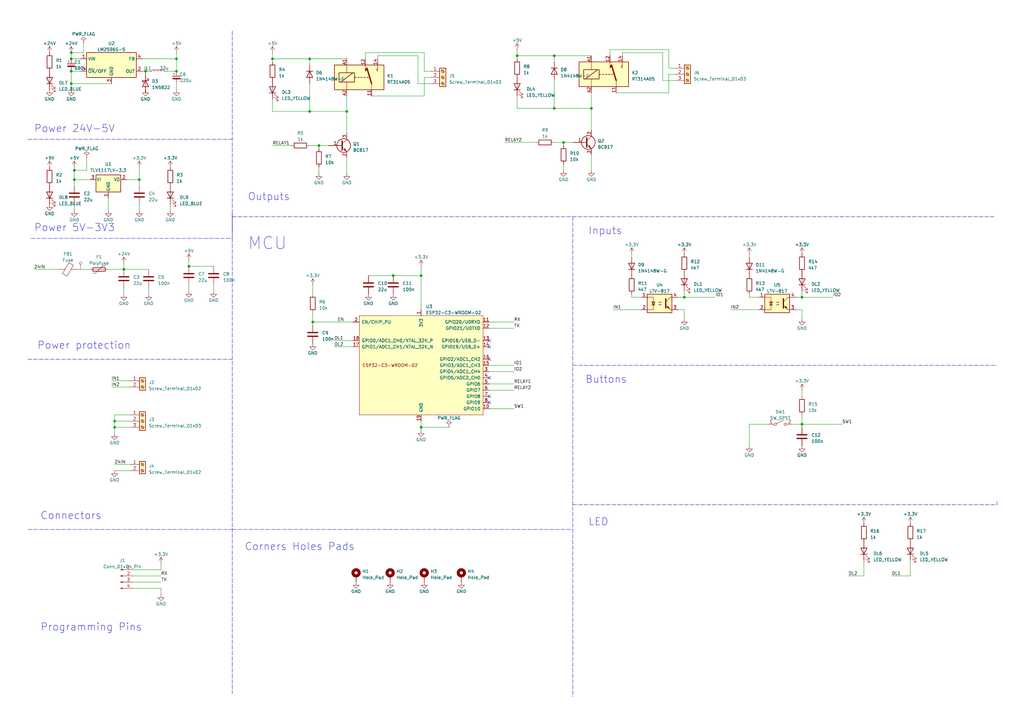
<source format=kicad_sch>
(kicad_sch (version 20230121) (generator eeschema)
  (paper "A3")
  (title_block (title "Hope") (date "2024-02-19") (rev "v1.1"))
  (lib_symbols
    (symbol "Connector:Conn_01x04_Pin" (pin_names (offset 1.016) hide)
      (property "Reference" "J" (at 0 5.08 0))
      (property "Value" "Conn_01x04_Pin" (at 0 -7.62 0))
      (symbol "Conn_01x04_Pin_1_1"
        (pin passive line (at 5.08 2.54 180) (length 3.81) (name "Pin_1") (number "1"))
        (pin passive line (at 5.08 0 180) (length 3.81) (name "Pin_2") (number "2"))
        (pin passive line (at 5.08 -2.54 180) (length 3.81) (name "Pin_3") (number "3"))
        (pin passive line (at 5.08 -5.08 180) (length 3.81) (name "Pin_4") (number "4"))
      )
    )
    (symbol "Connector:Screw_Terminal_01x02" (pin_names (offset 1.016) hide)
      (property "Reference" "J" (at 0 2.54 0))
      (property "Value" "Screw_Terminal_01x02" (at 0 -5.08 0))
      (symbol "Screw_Terminal_01x02_1_1"
        (pin passive line (at -5.08 0 0) (length 3.81) (name "Pin_1") (number "1"))
        (pin passive line (at -5.08 -2.54 0) (length 3.81) (name "Pin_2") (number "2"))
      )
    )
    (symbol "Connector:Screw_Terminal_01x03" (pin_names (offset 1.016) hide)
      (property "Reference" "J" (at 0 5.08 0))
      (property "Value" "Screw_Terminal_01x03" (at 0 -5.08 0))
      (symbol "Screw_Terminal_01x03_1_1"
        (pin passive line (at -5.08 2.54 0) (length 3.81) (name "Pin_1") (number "1"))
        (pin passive line (at -5.08 0 0) (length 3.81) (name "Pin_2") (number "2"))
        (pin passive line (at -5.08 -2.54 0) (length 3.81) (name "Pin_3") (number "3"))
      )
    )
    (symbol "Device:C" (pin_numbers hide) (pin_names (offset 0.254))
      (property "Reference" "C" (at 0.635 2.54 0))
      (property "Value" "C" (at 0.635 -2.54 0))
      (symbol "C_1_1"
        (pin passive line (at 0 3.81 270) (length 2.794) (name "~") (number "1"))
        (pin passive line (at 0 -3.81 90) (length 2.794) (name "~") (number "2"))
      )
    )
    (symbol "Device:C_Polarized_Small" (pin_numbers hide) (pin_names (offset 0.254) hide)
      (property "Reference" "C" (at 0.254 1.778 0))
      (property "Value" "C_Polarized_Small" (at 0.254 -2.032 0))
      (symbol "C_Polarized_Small_1_1"
        (pin passive line (at 0 2.54 270) (length 1.8542) (name "~") (number "1"))
        (pin passive line (at 0 -2.54 90) (length 1.8542) (name "~") (number "2"))
      )
    )
    (symbol "Device:D" (pin_numbers hide) (pin_names (offset 1.016) hide)
      (property "Reference" "D" (at 0 2.54 0))
      (property "Value" "D" (at 0 -2.54 0))
      (symbol "D_1_1"
        (pin passive line (at -3.81 0 0) (length 2.54) (name "K") (number "1"))
        (pin passive line (at 3.81 0 180) (length 2.54) (name "A") (number "2"))
      )
    )
    (symbol "Device:FerriteBead" (pin_numbers hide) (pin_names (offset 0))
      (property "Reference" "FB" (at -3.81 0.635 90))
      (property "Value" "FerriteBead" (at 3.81 0 90))
      (symbol "FerriteBead_1_1"
        (pin passive line (at 0 3.81 270) (length 2.54) (name "~") (number "1"))
        (pin passive line (at 0 -3.81 90) (length 2.54) (name "~") (number "2"))
      )
    )
    (symbol "Device:L" (pin_numbers hide) (pin_names (offset 1.016) hide)
      (property "Reference" "L" (at -1.27 0 90))
      (property "Value" "L" (at 1.905 0 90))
      (symbol "L_1_1"
        (pin passive line (at 0 3.81 270) (length 1.27) (name "1") (number "1"))
        (pin passive line (at 0 -3.81 90) (length 1.27) (name "2") (number "2"))
      )
    )
    (symbol "Device:LED" (pin_numbers hide) (pin_names (offset 1.016) hide)
      (property "Reference" "D" (at 0 2.54 0))
      (property "Value" "LED" (at 0 -2.54 0))
      (symbol "LED_1_1"
        (pin passive line (at -3.81 0 0) (length 2.54) (name "K") (number "1"))
        (pin passive line (at 3.81 0 180) (length 2.54) (name "A") (number "2"))
      )
    )
    (symbol "Device:Polyfuse" (pin_numbers hide) (pin_names (offset 0))
      (property "Reference" "F" (at -2.54 0 90))
      (property "Value" "Polyfuse" (at 2.54 0 90))
      (symbol "Polyfuse_1_1"
        (pin passive line (at 0 3.81 270) (length 1.27) (name "~") (number "1"))
        (pin passive line (at 0 -3.81 90) (length 1.27) (name "~") (number "2"))
      )
    )
    (symbol "Device:R" (pin_numbers hide) (pin_names (offset 0))
      (property "Reference" "R" (at 2.032 0 90))
      (property "Value" "R" (at 0 0 90))
      (symbol "R_1_1"
        (pin passive line (at 0 3.81 270) (length 1.27) (name "~") (number "1"))
        (pin passive line (at 0 -3.81 90) (length 1.27) (name "~") (number "2"))
      )
    )
    (symbol "Diode:1N5822" (pin_numbers hide) (pin_names (offset 1.016) hide)
      (property "Reference" "D" (at 0 2.54 0))
      (property "Value" "1N5822" (at 0 -2.54 0))
      (symbol "1N5822_1_1"
        (pin passive line (at -3.81 0 0) (length 2.54) (name "K") (number "1"))
        (pin passive line (at 3.81 0 180) (length 2.54) (name "A") (number "2"))
      )
    )
    (symbol "Diode:LL4148" (pin_numbers hide) (pin_names hide)
      (property "Reference" "D" (at 0 2.54 0))
      (property "Value" "LL4148" (at 0 -2.54 0))
      (symbol "LL4148_1_1"
        (pin passive line (at -3.81 0 0) (length 2.54) (name "K") (number "1"))
        (pin passive line (at 3.81 0 180) (length 2.54) (name "A") (number "2"))
      )
    )
    (symbol "Espressif:ESP32-C3-WROOM-02" (pin_names (offset 1.016))
      (property "Reference" "U" (at -25.4 25.4 0))
      (property "Value" "ESP32-C3-WROOM-02" (at -25.4 22.86 0))
      (symbol "ESP32-C3-WROOM-02_0_0"
        (text "ESP32-C3-WROOM-02" (at -12.7 0 0) (effects (font (size 1.27 1.27))))
      )
      (symbol "ESP32-C3-WROOM-02_1_1"
        (pin power_in line (at 0 22.86 270) (length 2.54) (name "3V3") (number "1"))
        (pin bidirectional line (at 27.94 -17.78 180) (length 2.54) (name "GPIO10") (number "10"))
        (pin bidirectional line (at 27.94 17.78 180) (length 2.54) (name "GPIO20/U0RXD") (number "11"))
        (pin bidirectional line (at 27.94 15.24 180) (length 2.54) (name "GPIO21/U0TXD") (number "12"))
        (pin bidirectional line (at 27.94 10.16 180) (length 2.54) (name "GPIO18/USB_D-") (number "13"))
        (pin bidirectional line (at 27.94 7.62 180) (length 2.54) (name "GPIO19/USB_D+") (number "14"))
        (pin bidirectional line (at 27.94 0 180) (length 2.54) (name "GPIO3/ADC1_CH3") (number "15"))
        (pin bidirectional line (at 27.94 2.54 180) (length 2.54) (name "GPIO2/ADC1_CH2") (number "16"))
        (pin bidirectional line (at -27.94 7.62 0) (length 2.54) (name "GPIO1/ADC1_CH1/XTAL_32K_N") (number "17"))
        (pin bidirectional line (at -27.94 10.16 0) (length 2.54) (name "GPIO0/ADC1_CH0/XTAL_32K_P") (number "18"))
        (pin power_in line (at 0 -22.86 90) (length 2.54) (name "GND") (number "19"))
        (pin input line (at -27.94 17.78 0) (length 2.54) (name "EN/CHIP_PU") (number "2"))
        (pin bidirectional line (at 27.94 -2.54 180) (length 2.54) (name "GPIO4/ADC1_CH4") (number "3"))
        (pin bidirectional line (at 27.94 -5.08 180) (length 2.54) (name "GPIO5/ADC2_CH0") (number "4"))
        (pin bidirectional line (at 27.94 -7.62 180) (length 2.54) (name "GPIO6") (number "5"))
        (pin bidirectional line (at 27.94 -10.16 180) (length 2.54) (name "GPIO7") (number "6"))
        (pin bidirectional line (at 27.94 -12.7 180) (length 2.54) (name "GPIO8") (number "7"))
        (pin bidirectional line (at 27.94 -15.24 180) (length 2.54) (name "GPIO9") (number "8"))
        (pin passive line (at 0 -22.86 90) (length 2.54) hide (name "GND") (number "9"))
      )
    )
    (symbol "Isolator:LTV-817" (pin_names (offset 1.016))
      (property "Reference" "U" (at -5.08 5.08 0))
      (property "Value" "LTV-817" (at 0 5.08 0))
      (symbol "LTV-817_1_1"
        (pin passive line (at -7.62 2.54 0) (length 2.54) (name "~") (number "1"))
        (pin passive line (at -7.62 -2.54 0) (length 2.54) (name "~") (number "2"))
        (pin passive line (at 7.62 -2.54 180) (length 2.54) (name "~") (number "3"))
        (pin passive line (at 7.62 2.54 180) (length 2.54) (name "~") (number "4"))
      )
    )
    (symbol "Mechanical:MountingHole_Pad" (pin_numbers hide) (pin_names (offset 1.016) hide)
      (property "Reference" "H" (at 0 6.35 0))
      (property "Value" "MountingHole_Pad" (at 0 4.445 0))
      (symbol "MountingHole_Pad_1_1"
        (pin input line (at 0 -2.54 90) (length 2.54) (name "1") (number "1"))
      )
    )
    (symbol "Regulator_Linear:TLV1117-33" (pin_names (offset 0.254))
      (property "Reference" "U" (at -3.81 3.175 0))
      (property "Value" "TLV1117-33" (at 0 3.175 0))
      (symbol "TLV1117-33_1_1"
        (pin power_in line (at 0 -7.62 90) (length 2.54) (name "GND") (number "1"))
        (pin power_out line (at 7.62 0 180) (length 2.54) (name "VO") (number "2"))
        (pin power_in line (at -7.62 0 0) (length 2.54) (name "VI") (number "3"))
      )
    )
    (symbol "Regulator_Switching:LM2596S-5"
      (property "Reference" "U" (at -10.16 6.35 0))
      (property "Value" "LM2596S-5" (at 0 6.35 0))
      (symbol "LM2596S-5_1_1"
        (pin power_in line (at -12.7 2.54 0) (length 2.54) (name "VIN") (number "1"))
        (pin output line (at 12.7 -2.54 180) (length 2.54) (name "OUT") (number "2"))
        (pin power_in line (at 0 -7.62 90) (length 2.54) (name "GND") (number "3"))
        (pin input line (at 12.7 2.54 180) (length 2.54) (name "FB") (number "4"))
        (pin input line (at -12.7 -2.54 0) (length 2.54) (name "~{ON}/OFF") (number "5"))
      )
    )
    (symbol "Relay:RT314A05"
      (property "Reference" "K" (at 11.43 3.81 0))
      (property "Value" "RT314A05" (at 11.43 1.27 0))
      (symbol "RT314A05_1_1"
        (pin passive line (at 5.08 -7.62 90) (length 2.54) (name "~") (number "11"))
        (pin passive line (at 2.54 7.62 270) (length 2.54) (name "~") (number "12"))
        (pin passive line (at 7.62 7.62 270) (length 2.54) (name "~") (number "14"))
        (pin passive line (at -5.08 7.62 270) (length 2.54) (name "~") (number "A1"))
        (pin passive line (at -5.08 -7.62 90) (length 2.54) (name "~") (number "A2"))
      )
    )
    (symbol "Switch:SW_SPST" (pin_names (offset 0) hide)
      (property "Reference" "SW" (at 0 3.175 0))
      (property "Value" "SW_SPST" (at 0 -2.54 0))
      (symbol "SW_SPST_1_1"
        (pin passive line (at -5.08 0 0) (length 2.54) (name "A") (number "1"))
        (pin passive line (at 5.08 0 180) (length 2.54) (name "B") (number "2"))
      )
    )
    (symbol "Transistor_BJT:BC817" (pin_names (offset 0) hide)
      (property "Reference" "Q" (at 5.08 1.905 0))
      (property "Value" "BC817" (at 5.08 0 0))
      (symbol "BC817_1_1"
        (pin input line (at -5.08 0 0) (length 5.715) (name "B") (number "1"))
        (pin passive line (at 2.54 -5.08 90) (length 2.54) (name "E") (number "2"))
        (pin passive line (at 2.54 5.08 270) (length 2.54) (name "C") (number "3"))
      )
    )
    (symbol "power:+24V" (power) (pin_names (offset 0))
      (property "Value" "+24V" (at 0 3.556 0))
      (symbol "+24V_1_1"
        (pin power_in line (at 0 0 90) (length 0) hide (name "+24V") (number "1"))
      )
    )
    (symbol "power:+3.3V" (power) (pin_names (offset 0))
      (property "Value" "+3.3V" (at 0 3.556 0))
      (symbol "+3.3V_1_1"
        (pin power_in line (at 0 0 90) (length 0) hide (name "+3.3V") (number "1"))
      )
    )
    (symbol "power:+5V" (power) (pin_names (offset 0))
      (property "Value" "+5V" (at 0 3.556 0))
      (symbol "+5V_1_1"
        (pin power_in line (at 0 0 90) (length 0) hide (name "+5V") (number "1"))
      )
    )
    (symbol "power:GND" (power) (pin_names (offset 0))
      (property "Value" "GND" (at 0 -3.81 0))
      (symbol "GND_1_1"
        (pin power_in line (at 0 0 270) (length 0) hide (name "GND") (number "1"))
      )
    )
    (symbol "power:PWR_FLAG" (power) (pin_numbers hide) (pin_names (offset 0) hide)
      (property "Value" "PWR_FLAG" (at 0 3.81 0))
      (symbol "PWR_FLAG_0_0"
        (pin power_out line (at 0 0 90) (length 0) (name "pwr") (number "1"))
      )
    )
  )
  (junction (at 280.67 121.92))
  (junction (at 59.69 29.21))
  (junction (at 130.81 59.69))
  (junction (at 328.93 173.99))
  (junction (at 29.21 24.13))
  (junction (at 227.33 22.86))
  (junction (at 30.48 73.66))
  (junction (at 231.14 58.42))
  (junction (at 242.57 44.45))
  (junction (at 46.99 175.26))
  (junction (at 127 45.72))
  (junction (at 72.39 24.13))
  (junction (at 77.47 109.22))
  (junction (at 127 24.13))
  (junction (at 72.39 29.21))
  (junction (at 142.24 45.72))
  (junction (at 172.72 175.26))
  (junction (at 30.48 69.85))
  (junction (at 172.72 113.03))
  (junction (at 111.76 24.13))
  (junction (at 50.8 110.49))
  (junction (at 29.21 29.21))
  (junction (at 46.99 172.72))
  (junction (at 212.09 22.86))
  (junction (at 161.29 113.03))
  (junction (at 227.33 44.45))
  (junction (at 29.21 21.59))
  (junction (at 128.27 132.08))
  (junction (at 57.15 73.66))
  (junction (at 29.21 34.29))
  (junction (at 328.93 121.92))
  (no_connect (at 200.66 147.32))
  (no_connect (at 200.66 165.1))
  (no_connect (at 200.66 154.94))
  (no_connect (at 200.66 142.24))
  (no_connect (at 200.66 139.7))
  (no_connect (at 200.66 162.56))
  (wire (pts (xy 154.94 22.86) (xy 171.45 22.86)))
  (wire (pts (xy 242.57 22.86) (xy 227.33 22.86)))
  (wire (pts (xy 314.96 173.99) (xy 307.34 173.99)))
  (wire (pts (xy 354.33 236.22) (xy 354.33 229.87)))
  (wire (pts (xy 172.72 172.72) (xy 172.72 175.26)))
  (wire (pts (xy 328.93 127) (xy 328.93 130.81)))
  (wire (pts (xy 72.39 21.59) (xy 72.39 24.13)))
  (wire (pts (xy 111.76 45.72) (xy 127 45.72)))
  (wire (pts (xy 307.34 173.99) (xy 307.34 182.88)))
  (wire (pts (xy 274.32 27.94) (xy 276.86 27.94)))
  (wire (pts (xy 30.48 69.85) (xy 30.48 73.66)))
  (wire (pts (xy 128.27 132.08) (xy 128.27 133.35)))
  (wire (pts (xy 212.09 22.86) (xy 212.09 24.13)))
  (wire (pts (xy 271.78 33.02) (xy 276.86 33.02)))
  (wire (pts (xy 60.96 118.11) (xy 60.96 120.65)))
  (wire (pts (xy 152.4 39.37) (xy 173.99 39.37)))
  (wire (pts (xy 68.58 29.21) (xy 72.39 29.21)))
  (wire (pts (xy 30.48 69.85) (xy 35.56 69.85)))
  (wire (pts (xy 72.39 24.13) (xy 72.39 29.21)))
  (polyline (pts (xy 408.94 205.74) (xy 408.94 207.01)))
  (wire (pts (xy 280.67 119.38) (xy 280.67 121.92)))
  (wire (pts (xy 326.39 121.92) (xy 328.93 121.92)))
  (wire (pts (xy 212.09 44.45) (xy 227.33 44.45)))
  (wire (pts (xy 29.21 36.83) (xy 29.21 34.29)))
  (wire (pts (xy 127 59.69) (xy 130.81 59.69)))
  (wire (pts (xy 87.63 116.84) (xy 87.63 119.38)))
  (wire (pts (xy 57.15 73.66) (xy 52.07 73.66)))
  (wire (pts (xy 13.97 110.49) (xy 24.13 110.49)))
  (wire (pts (xy 46.99 175.26) (xy 46.99 177.8)))
  (wire (pts (xy 142.24 39.37) (xy 142.24 45.72)))
  (wire (pts (xy 57.15 68.58) (xy 57.15 73.66)))
  (wire (pts (xy 127 34.29) (xy 127 45.72)))
  (wire (pts (xy 242.57 38.1) (xy 242.57 44.45)))
  (wire (pts (xy 54.61 238.76) (xy 66.04 238.76)))
  (wire (pts (xy 137.16 142.24) (xy 144.78 142.24)))
  (polyline (pts (xy 95.25 217.17) (xy 234.95 217.17)) (stroke (width 0) (type dash)))
  (wire (pts (xy 111.76 59.69) (xy 119.38 59.69)))
  (wire (pts (xy 280.67 127) (xy 280.67 130.81)))
  (wire (pts (xy 34.29 17.78) (xy 34.29 21.59)))
  (wire (pts (xy 171.45 22.86) (xy 171.45 34.29)))
  (wire (pts (xy 53.34 170.18) (xy 46.99 170.18)))
  (wire (pts (xy 231.14 58.42) (xy 231.14 59.69)))
  (wire (pts (xy 29.21 34.29) (xy 45.72 34.29)))
  (wire (pts (xy 29.21 24.13) (xy 29.21 21.59)))
  (wire (pts (xy 250.19 22.86) (xy 250.19 20.32)))
  (wire (pts (xy 142.24 64.77) (xy 142.24 71.12)))
  (wire (pts (xy 200.66 149.86) (xy 210.82 149.86)))
  (polyline (pts (xy 95.25 271.78) (xy 95.25 284.48)) (stroke (width 0) (type dash)))
  (wire (pts (xy 242.57 44.45) (xy 242.57 53.34)))
  (polyline (pts (xy 234.95 149.86) (xy 408.94 149.86)) (stroke (width 0) (type dash)))
  (wire (pts (xy 151.13 113.03) (xy 161.29 113.03)))
  (wire (pts (xy 44.45 81.28) (xy 44.45 86.36)))
  (wire (pts (xy 57.15 76.2) (xy 57.15 73.66)))
  (wire (pts (xy 207.01 58.42) (xy 219.71 58.42)))
  (wire (pts (xy 77.47 116.84) (xy 77.47 119.38)))
  (wire (pts (xy 200.66 134.62) (xy 210.82 134.62)))
  (wire (pts (xy 137.16 139.7) (xy 144.78 139.7)))
  (wire (pts (xy 46.99 193.04) (xy 53.34 193.04)))
  (wire (pts (xy 31.75 110.49) (xy 36.83 110.49)))
  (wire (pts (xy 50.8 118.11) (xy 50.8 120.65)))
  (wire (pts (xy 227.33 22.86) (xy 227.33 25.4)))
  (wire (pts (xy 59.69 36.83) (xy 59.69 38.1)))
  (wire (pts (xy 35.56 64.77) (xy 35.56 69.85)))
  (wire (pts (xy 66.04 231.14) (xy 66.04 233.68)))
  (wire (pts (xy 57.15 83.82) (xy 57.15 86.36)))
  (polyline (pts (xy 95.25 87.63) (xy 95.25 97.79)))
  (wire (pts (xy 46.99 190.5) (xy 53.34 190.5)))
  (wire (pts (xy 130.81 59.69) (xy 134.62 59.69)))
  (wire (pts (xy 53.34 175.26) (xy 46.99 175.26)))
  (wire (pts (xy 111.76 45.72) (xy 111.76 40.64)))
  (wire (pts (xy 50.8 110.49) (xy 60.96 110.49)))
  (polyline (pts (xy 12.7 97.79) (xy 95.25 97.79)) (stroke (width 0) (type dash)))
  (wire (pts (xy 77.47 106.68) (xy 77.47 109.22)))
  (polyline (pts (xy 95.25 12.7) (xy 95.25 88.9)) (stroke (width 0) (type dash)))
  (wire (pts (xy 252.73 38.1) (xy 274.32 38.1)))
  (wire (pts (xy 77.47 109.22) (xy 87.63 109.22)))
  (wire (pts (xy 50.8 107.95) (xy 50.8 110.49)))
  (wire (pts (xy 200.66 160.02) (xy 210.82 160.02)))
  (wire (pts (xy 111.76 24.13) (xy 127 24.13)))
  (polyline (pts (xy 95.25 88.9) (xy 407.67 88.9)) (stroke (width 0) (type dash)))
  (wire (pts (xy 299.72 127) (xy 311.15 127)))
  (wire (pts (xy 30.48 86.36) (xy 30.48 83.82)))
  (wire (pts (xy 30.48 68.58) (xy 30.48 69.85)))
  (wire (pts (xy 212.09 44.45) (xy 212.09 39.37)))
  (wire (pts (xy 142.24 45.72) (xy 142.24 54.61)))
  (wire (pts (xy 278.13 127) (xy 280.67 127)))
  (wire (pts (xy 328.93 119.38) (xy 328.93 121.92)))
  (wire (pts (xy 130.81 68.58) (xy 130.81 71.12)))
  (wire (pts (xy 172.72 175.26) (xy 172.72 176.53)))
  (polyline (pts (xy 95.25 92.71) (xy 95.25 93.98)))
  (wire (pts (xy 259.08 120.65) (xy 259.08 121.92)))
  (wire (pts (xy 45.72 158.75) (xy 53.34 158.75)))
  (wire (pts (xy 271.78 21.59) (xy 271.78 33.02)))
  (wire (pts (xy 172.72 113.03) (xy 172.72 127)))
  (polyline (pts (xy 95.25 87.63) (xy 95.25 92.71)))
  (wire (pts (xy 36.83 73.66) (xy 30.48 73.66)))
  (wire (pts (xy 328.93 160.02) (xy 328.93 162.56)))
  (wire (pts (xy 46.99 172.72) (xy 46.99 175.26)))
  (wire (pts (xy 33.02 24.13) (xy 29.21 24.13)))
  (wire (pts (xy 307.34 120.65) (xy 307.34 121.92)))
  (wire (pts (xy 200.66 152.4) (xy 210.82 152.4)))
  (wire (pts (xy 142.24 24.13) (xy 127 24.13)))
  (wire (pts (xy 200.66 167.64) (xy 210.82 167.64)))
  (wire (pts (xy 130.81 59.69) (xy 130.81 60.96)))
  (wire (pts (xy 307.34 121.92) (xy 311.15 121.92)))
  (wire (pts (xy 54.61 236.22) (xy 66.04 236.22)))
  (wire (pts (xy 212.09 20.32) (xy 212.09 22.86)))
  (polyline (pts (xy 95.25 97.79) (xy 95.25 271.78)) (stroke (width 0) (type dash)))
  (wire (pts (xy 66.04 241.3) (xy 66.04 243.84)))
  (wire (pts (xy 128.27 116.84) (xy 128.27 120.65)))
  (wire (pts (xy 274.32 38.1) (xy 274.32 30.48)))
  (wire (pts (xy 242.57 63.5) (xy 242.57 69.85)))
  (wire (pts (xy 373.38 236.22) (xy 373.38 229.87)))
  (wire (pts (xy 58.42 24.13) (xy 72.39 24.13)))
  (wire (pts (xy 173.99 29.21) (xy 176.53 29.21)))
  (wire (pts (xy 280.67 121.92) (xy 293.37 121.92)))
  (wire (pts (xy 44.45 110.49) (xy 50.8 110.49)))
  (wire (pts (xy 200.66 132.08) (xy 210.82 132.08)))
  (wire (pts (xy 59.69 29.21) (xy 59.69 30.48)))
  (wire (pts (xy 173.99 39.37) (xy 173.99 31.75)))
  (wire (pts (xy 161.29 113.03) (xy 172.72 113.03)))
  (wire (pts (xy 128.27 128.27) (xy 128.27 132.08)))
  (wire (pts (xy 149.86 21.59) (xy 173.99 21.59)))
  (wire (pts (xy 274.32 20.32) (xy 274.32 27.94)))
  (wire (pts (xy 72.39 34.29) (xy 72.39 36.83)))
  (wire (pts (xy 128.27 132.08) (xy 144.78 132.08)))
  (wire (pts (xy 30.48 73.66) (xy 30.48 76.2)))
  (polyline (pts (xy 11.43 147.32) (xy 95.25 147.32)) (stroke (width 0) (type dash)))
  (wire (pts (xy 127 45.72) (xy 142.24 45.72)))
  (wire (pts (xy 111.76 24.13) (xy 111.76 25.4)))
  (wire (pts (xy 259.08 121.92) (xy 262.89 121.92)))
  (wire (pts (xy 53.34 172.72) (xy 46.99 172.72)))
  (wire (pts (xy 347.98 236.22) (xy 354.33 236.22)))
  (wire (pts (xy 328.93 173.99) (xy 345.44 173.99)))
  (polyline (pts (xy 234.95 88.9) (xy 234.95 285.75)) (stroke (width 0) (type dash)))
  (wire (pts (xy 227.33 44.45) (xy 242.57 44.45)))
  (wire (pts (xy 54.61 241.3) (xy 66.04 241.3)))
  (wire (pts (xy 212.09 22.86) (xy 227.33 22.86)))
  (wire (pts (xy 255.27 22.86) (xy 255.27 21.59)))
  (wire (pts (xy 255.27 21.59) (xy 271.78 21.59)))
  (wire (pts (xy 45.72 156.21) (xy 53.34 156.21)))
  (wire (pts (xy 365.76 236.22) (xy 373.38 236.22)))
  (wire (pts (xy 173.99 21.59) (xy 173.99 29.21)))
  (wire (pts (xy 149.86 24.13) (xy 149.86 21.59)))
  (wire (pts (xy 111.76 21.59) (xy 111.76 24.13)))
  (wire (pts (xy 231.14 67.31) (xy 231.14 69.85)))
  (polyline (pts (xy 234.95 207.01) (xy 408.94 207.01)) (stroke (width 0) (type dash)))
  (wire (pts (xy 29.21 29.21) (xy 29.21 34.29)))
  (wire (pts (xy 231.14 58.42) (xy 234.95 58.42)))
  (wire (pts (xy 259.08 104.14) (xy 259.08 105.41)))
  (wire (pts (xy 173.99 31.75) (xy 176.53 31.75)))
  (wire (pts (xy 227.33 58.42) (xy 231.14 58.42)))
  (wire (pts (xy 29.21 21.59) (xy 34.29 21.59)))
  (wire (pts (xy 200.66 157.48) (xy 210.82 157.48)))
  (wire (pts (xy 172.72 109.22) (xy 172.72 113.03)))
  (wire (pts (xy 278.13 121.92) (xy 280.67 121.92)))
  (wire (pts (xy 172.72 175.26) (xy 184.15 175.26)))
  (wire (pts (xy 171.45 34.29) (xy 176.53 34.29)))
  (wire (pts (xy 328.93 173.99) (xy 328.93 175.26)))
  (wire (pts (xy 307.34 104.14) (xy 307.34 105.41)))
  (wire (pts (xy 251.46 127) (xy 262.89 127)))
  (wire (pts (xy 154.94 24.13) (xy 154.94 22.86)))
  (wire (pts (xy 59.69 29.21) (xy 60.96 29.21)))
  (polyline (pts (xy 95.25 93.98) (xy 95.25 95.25)))
  (wire (pts (xy 274.32 30.48) (xy 276.86 30.48)))
  (wire (pts (xy 328.93 121.92) (xy 341.63 121.92)))
  (polyline (pts (xy 11.43 217.17) (xy 95.25 217.17)) (stroke (width 0) (type dash)))
  (polyline (pts (xy 11.43 57.15) (xy 95.25 57.15)) (stroke (width 0) (type dash)))
  (wire (pts (xy 328.93 170.18) (xy 328.93 173.99)))
  (wire (pts (xy 46.99 170.18) (xy 46.99 172.72)))
  (wire (pts (xy 58.42 29.21) (xy 59.69 29.21)))
  (wire (pts (xy 325.12 173.99) (xy 328.93 173.99)))
  (wire (pts (xy 54.61 233.68) (xy 66.04 233.68)))
  (wire (pts (xy 69.85 86.36) (xy 69.85 83.82)))
  (wire (pts (xy 29.21 29.21) (xy 33.02 29.21)))
  (wire (pts (xy 127 24.13) (xy 127 26.67)))
  (wire (pts (xy 250.19 20.32) (xy 274.32 20.32)))
  (wire (pts (xy 326.39 127) (xy 328.93 127)))
  (wire (pts (xy 227.33 33.02) (xy 227.33 44.45)))
  (text "Outputs" (at 101.6 82.55 0) (effects (font (size 3 3)) (justify left bottom)))
  (text "Inputs" (at 241.3 96.52 0) (effects (font (size 3 3)) (justify left bottom)))
  (text "Corners Holes Pads" (at 100.33 226.06 0) (effects (font (size 3 3)) (justify left bottom)))
  (text "Power protection" (at 15.24 143.51 0) (effects (font (size 3 3)) (justify left bottom)))
  (text "Power 5V-3V3" (at 13.97 95.25 0) (effects (font (size 3 3)) (justify left bottom)))
  (text "LED" (at 241.3 215.9 0) (effects (font (size 3 3)) (justify left bottom)))
  (text "Programming Pins" (at 16.51 259.08 0) (effects (font (size 3 3)) (justify left bottom)))
  (text "MCU" (at 101.6 102.87 0) (effects (font (size 5 5)) (justify left bottom)))
  (text "Buttons" (at 240.03 157.48 0) (effects (font (size 3 3)) (justify left bottom)))
  (text "Power 24V-5V" (at 13.97 54.61 0) (effects (font (size 3 3)) (justify left bottom)))
  (text "Connectors" (at 16.51 213.36 0) (effects (font (size 3 3)) (justify left bottom)))
  (label "RELAY2" (at 207.01 58.42 0))
  (label "IN2" (at 45.72 158.75 0))
  (label "RELAY1" (at 111.76 59.69 0))
  (label "RELAY2" (at 210.82 160.02 0))
  (label "IN2" (at 299.72 127 0))
  (label "RELAY1" (at 210.82 157.48 0))
  (label "TX" (at 210.82 134.62 0))
  (label "IO1" (at 210.82 149.86 0))
  (label "24IN" (at 46.99 190.5 0))
  (label "DL2" (at 347.98 236.22 0))
  (label "DL1" (at 365.76 236.22 0))
  (label "DL2" (at 137.16 142.24 0))
  (label "IO2" (at 341.63 121.92 0))
  (label "IO1" (at 293.37 121.92 0))
  (label "24IN" (at 13.97 110.49 0))
  (label "EN" (at 138.43 132.08 0))
  (label "RX" (at 66.04 236.22 0))
  (label "IN1" (at 45.72 156.21 0))
  (label "TX" (at 66.04 238.76 0))
  (label "DL1" (at 137.16 139.7 0))
  (label "IO2" (at 210.82 152.4 0))
  (label "SW1" (at 210.82 167.64 0))
  (label "RX" (at 210.82 132.08 0))
  (label "IN1" (at 251.46 127 0))
  (label "SW1" (at 345.44 173.99 0))
  (netclass_flag "" (length 2.54) (shape round) (at 33.02 110.49 0) (property "Netclass" "power" (effects hide)))
  (netclass_flag "" (length 2.54) (shape round) (at 59.69 30.48 0) (property "Netclass" "power" (effects hide)))
  (symbol (lib_id "power:GND") (at 172.72 176.53 0) (unit 1)
    (property "Reference" "#PWR038" (effects hide))
    (property "Value" "GND" (at 172.72 180.34 0))
  )
  (symbol (lib_id "power:GND") (at 30.48 86.36 0) (unit 1)
    (property "Reference" "#PWR08" (effects hide))
    (property "Value" "GND" (at 30.48 90.17 0))
  )
  (symbol (lib_id "Device:C") (at 151.13 116.84 0) (unit 1)
    (property "Reference" "C10" (at 154.94 116.205 0) (effects (justify left)))
    (property "Value" "22u" (at 154.94 118.745 0) (effects (justify left)))
    (property "Footprint" "Capacitor_SMD:C_1206_3216Metric_Pad1.33x1.80mm_HandSolder" (effects hide))
  )
  (symbol (lib_id "Diode:1N5822") (at 59.69 34.29 270) (unit 1)
    (property "Reference" "D3" (at 62.23 33.3375 90) (effects (justify left)))
    (property "Value" "1N5822" (at 62.23 35.8775 90) (effects (justify left)))
    (property "Footprint" "Diode_THT:D_DO-201AD_P5.08mm_Vertical_AnodeUp" (effects hide))
    (property "Datasheet" "http://www.vishay.com/docs/88526/1n5820.pdf" (effects hide))
  )
  (symbol (lib_id "power:GND") (at 77.47 119.38 0) (unit 1)
    (property "Reference" "#PWR025" (effects hide))
    (property "Value" "GND" (at 77.47 123.19 0))
  )
  (symbol (lib_id "power:+5V") (at 111.76 21.59 0) (unit 1)
    (property "Reference" "#PWR027" (effects hide))
    (property "Value" "+5V" (at 111.76 17.78 0))
  )
  (symbol (lib_id "Device:R") (at 307.34 116.84 180) (unit 1)
    (property "Reference" "R13" (at 309.88 116.205 0) (effects (justify right)))
    (property "Value" "4k7" (at 309.88 118.745 0) (effects (justify right)))
    (property "Footprint" "Resistor_SMD:R_1206_3216Metric_Pad1.30x1.75mm_HandSolder" (effects hide))
  )
  (symbol (lib_id "Device:R") (at 20.32 25.4 0) (unit 1)
    (property "Reference" "R1" (at 22.86 24.765 0) (effects (justify left)))
    (property "Value" "1k" (at 22.86 27.305 0) (effects (justify left)))
    (property "Footprint" "Resistor_SMD:R_1206_3216Metric_Pad1.30x1.75mm_HandSolder" (effects hide))
  )
  (symbol (lib_id "power:+5V") (at 30.48 68.58 0) (unit 1)
    (property "Reference" "#PWR07" (effects hide))
    (property "Value" "+5V" (at 30.48 64.77 0))
  )
  (symbol (lib_id "Device:D") (at 259.08 109.22 90) (unit 1)
    (property "Reference" "D9" (at 261.62 108.585 90) (effects (justify right)))
    (property "Value" "1N4148W-G" (at 261.62 111.125 90) (effects (justify right)))
    (property "Footprint" "Diode_SMD:D_SOD-123" (effects hide))
    (property "Sim.Device" "D" (effects hide))
    (property "Sim.Pins" "1=K 2=A" (effects hide))
  )
  (symbol (lib_id "power:+5V") (at 77.47 106.68 0) (unit 1)
    (property "Reference" "#PWR024" (effects hide))
    (property "Value" "+5V" (at 77.47 102.87 0))
  )
  (symbol (lib_id "Connector:Screw_Terminal_01x02") (at 58.42 190.5 0) (unit 1)
    (property "Reference" "J4" (at 60.96 191.135 0) (effects (justify left)))
    (property "Value" "Screw_Terminal_01x02" (at 60.96 193.675 0) (effects (justify left)))
    (property "Footprint" "TerminalBlock_Phoenix:TerminalBlock_Phoenix_MKDS-1,5-2-5.08_1x02_P5.08mm_Horizontal" (effects hide))
  )
  (symbol (lib_id "power:GND") (at 46.99 177.8 0) (unit 1)
    (property "Reference" "#PWR010" (effects hide))
    (property "Value" "GND" (at 46.99 181.61 0))
  )
  (symbol (lib_id "power:GND") (at 46.99 193.04 0) (unit 1)
    (property "Reference" "#PWR011" (effects hide))
    (property "Value" "GND" (at 46.99 196.85 0))
  )
  (symbol (lib_id "Isolator:LTV-817") (at 318.77 124.46 0) (unit 1)
    (property "Reference" "U5" (at 318.77 116.84 0))
    (property "Value" "LTV-817" (at 318.77 119.38 0))
    (property "Footprint" "Package_DIP:DIP-4_W7.62mm" (effects hide))
    (property "Datasheet" "http://www.us.liteon.com/downloads/LTV-817-827-847.PDF" (effects hide))
  )
  (symbol (lib_id "Device:LED") (at 328.93 115.57 90) (unit 1)
    (property "Reference" "DL2" (at 332.74 116.5225 90) (effects (justify right)))
    (property "Value" "LED_YELLOW" (at 332.74 119.0625 90) (effects (justify right)))
    (property "Footprint" "LED_SMD:LED_1206_3216Metric_Pad1.42x1.75mm_HandSolder" (effects hide))
  )
  (symbol (lib_id "power:+24V") (at 29.21 21.59 0) (unit 1)
    (property "Reference" "#PWR05" (effects hide))
    (property "Value" "+24V" (at 29.21 17.78 0))
  )
  (symbol (lib_id "power:GND") (at 146.05 238.76 0) (unit 1)
    (property "Reference" "#PWR033" (effects hide))
    (property "Value" "GND" (at 146.05 242.57 0))
  )
  (symbol (lib_id "power:PWR_FLAG") (at 34.29 17.78 0) (unit 1)
    (property "Reference" "#FLG01" (effects hide))
    (property "Value" "PWR_FLAG" (at 34.29 13.97 0))
  )
  (symbol (lib_id "Isolator:LTV-817") (at 270.51 124.46 0) (unit 1)
    (property "Reference" "U4" (at 270.51 116.84 0))
    (property "Value" "LTV-817" (at 270.51 119.38 0))
    (property "Footprint" "Package_DIP:DIP-4_W7.62mm" (effects hide))
    (property "Datasheet" "http://www.us.liteon.com/downloads/LTV-817-827-847.PDF" (effects hide))
  )
  (symbol (lib_id "Transistor_BJT:BC817") (at 240.03 58.42 0) (unit 1)
    (property "Reference" "Q2" (at 245.11 57.785 0) (effects (justify left)))
    (property "Value" "BC817" (at 245.11 60.325 0) (effects (justify left)))
    (property "Footprint" "Package_TO_SOT_SMD:SOT-23" (effects hide))
    (property "Datasheet" "https://www.onsemi.com/pub/Collateral/BC818-D.pdf" (effects hide))
  )
  (symbol (lib_id "power:GND") (at 142.24 71.12 0) (unit 1)
    (property "Reference" "#PWR032" (effects hide))
    (property "Value" "GND" (at 142.24 74.93 0))
  )
  (symbol (lib_id "Device:R") (at 354.33 218.44 0) (unit 1)
    (property "Reference" "R16" (at 356.87 217.805 0) (effects (justify left)))
    (property "Value" "1k" (at 356.87 220.345 0) (effects (justify left)))
    (property "Footprint" "Resistor_SMD:R_1206_3216Metric_Pad1.30x1.75mm_HandSolder" (effects hide))
  )
  (symbol (lib_id "Device:R") (at 212.09 27.94 0) (unit 1)
    (property "Reference" "R8" (at 214.63 27.305 0) (effects (justify left)))
    (property "Value" "1k" (at 214.63 29.845 0) (effects (justify left)))
    (property "Footprint" "Resistor_SMD:R_1206_3216Metric_Pad1.30x1.75mm_HandSolder" (effects hide))
  )
  (symbol (lib_id "Device:C") (at 50.8 114.3 0) (unit 1)
    (property "Reference" "C3" (at 54.61 113.665 0) (effects (justify left)))
    (property "Value" "22u" (at 54.61 116.205 0) (effects (justify left)))
    (property "Footprint" "Capacitor_SMD:C_1206_3216Metric_Pad1.33x1.80mm_HandSolder" (effects hide))
  )
  (symbol (lib_id "Connector:Screw_Terminal_01x03") (at 58.42 172.72 0) (unit 1)
    (property "Reference" "J3" (at 60.96 172.085 0) (effects (justify left)))
    (property "Value" "Screw_Terminal_01x03" (at 60.96 174.625 0) (effects (justify left)))
    (property "Footprint" "TerminalBlock_Phoenix:TerminalBlock_Phoenix_MKDS-3-3-5.08_1x03_P5.08mm_Horizontal" (effects hide))
  )
  (symbol (lib_id "Device:C") (at 60.96 114.3 0) (unit 1)
    (property "Reference" "C5" (at 64.77 113.665 0) (effects (justify left)))
    (property "Value" "100n" (at 64.77 116.205 0) (effects (justify left)))
    (property "Footprint" "Capacitor_THT:C_Disc_D7.0mm_W2.5mm_P5.00mm" (effects hide))
  )
  (symbol (lib_id "power:GND") (at 173.99 238.76 0) (unit 1)
    (property "Reference" "#PWR039" (effects hide))
    (property "Value" "GND" (at 173.99 242.57 0))
  )
  (symbol (lib_id "power:GND") (at 307.34 182.88 0) (unit 1)
    (property "Reference" "#PWR049" (effects hide))
    (property "Value" "GND" (at 307.34 186.69 0))
  )
  (symbol (lib_id "power:GND") (at 328.93 182.88 0) (unit 1)
    (property "Reference" "#PWR053" (effects hide))
    (property "Value" "GND" (at 328.93 186.69 0))
  )
  (symbol (lib_id "power:+5V") (at 20.32 68.58 0) (unit 1)
    (property "Reference" "#PWR03" (effects hide))
    (property "Value" "+5V" (at 20.32 64.77 0))
  )
  (symbol (lib_id "Transistor_BJT:BC817") (at 139.7 59.69 0) (unit 1)
    (property "Reference" "Q1" (at 144.78 59.055 0) (effects (justify left)))
    (property "Value" "BC817" (at 144.78 61.595 0) (effects (justify left)))
    (property "Footprint" "Package_TO_SOT_SMD:SOT-23" (effects hide))
    (property "Datasheet" "https://www.onsemi.com/pub/Collateral/BC818-D.pdf" (effects hide))
  )
  (symbol (lib_id "Device:R") (at 231.14 63.5 0) (unit 1)
    (property "Reference" "R10" (at 233.68 62.865 0) (effects (justify left)))
    (property "Value" "10k" (at 233.68 65.405 0) (effects (justify left)))
    (property "Footprint" "Resistor_SMD:R_1206_3216Metric_Pad1.30x1.75mm_HandSolder" (effects hide))
  )
  (symbol (lib_id "power:GND") (at 29.21 36.83 0) (unit 1)
    (property "Reference" "#PWR06" (effects hide))
    (property "Value" "GND" (at 29.21 40.64 0))
  )
  (symbol (lib_id "Device:C") (at 161.29 116.84 0) (unit 1)
    (property "Reference" "C11" (at 165.1 116.205 0) (effects (justify left)))
    (property "Value" "100n" (at 165.1 118.745 0) (effects (justify left)))
    (property "Footprint" "Capacitor_THT:C_Disc_D7.0mm_W2.5mm_P5.00mm" (effects hide))
  )
  (symbol (lib_id "Device:LED") (at 373.38 226.06 90) (unit 1)
    (property "Reference" "DL5" (at 377.19 227.0125 90) (effects (justify right)))
    (property "Value" "LED_YELLOW" (at 377.19 229.5525 90) (effects (justify right)))
    (property "Footprint" "LED_SMD:LED_1206_3216Metric_Pad1.42x1.75mm_HandSolder" (effects hide))
  )
  (symbol (lib_id "power:+3.3V") (at 280.67 104.14 0) (unit 1)
    (property "Reference" "#PWR046" (effects hide))
    (property "Value" "+3.3V" (at 280.67 100.33 0))
  )
  (symbol (lib_id "Device:C") (at 77.47 113.03 0) (unit 1)
    (property "Reference" "C7" (at 81.28 112.395 0) (effects (justify left)))
    (property "Value" "22u" (at 81.28 114.935 0) (effects (justify left)))
    (property "Footprint" "Capacitor_SMD:C_1206_3216Metric_Pad1.33x1.80mm_HandSolder" (effects hide))
  )
  (symbol (lib_id "Regulator_Linear:TLV1117-33") (at 44.45 73.66 0) (unit 1)
    (property "Reference" "U1" (at 44.45 67.31 0))
    (property "Value" "TLV1117LV-3.3" (at 44.45 69.85 0))
    (property "Footprint" "Package_TO_SOT_SMD:SOT-223-3_TabPin2" (effects hide))
    (property "Datasheet" "http://www.ti.com/lit/ds/symlink/tlv1117.pdf" (effects hide))
  )
  (symbol (lib_id "Connector:Conn_01x04_Pin") (at 49.53 236.22 0) (unit 1)
    (property "Reference" "J1" (at 50.165 229.87 0))
    (property "Value" "Conn_01x04_Pin" (at 50.165 232.41 0))
    (property "Footprint" "Connector_PinHeader_2.54mm:PinHeader_1x04_P2.54mm_Vertical" (effects hide))
  )
  (symbol (lib_id "power:PWR_FLAG") (at 35.56 64.77 0) (unit 1)
    (property "Reference" "#FLG02" (effects hide))
    (property "Value" "PWR_FLAG" (at 35.56 60.96 0))
  )
  (symbol (lib_id "Device:C") (at 87.63 113.03 0) (unit 1)
    (property "Reference" "C8" (at 91.44 112.395 0) (effects (justify left)))
    (property "Value" "100n" (at 91.44 114.935 0) (effects (justify left)))
    (property "Footprint" "Capacitor_THT:C_Disc_D7.0mm_W2.5mm_P5.00mm" (effects hide))
  )
  (symbol (lib_id "Diode:LL4148") (at 127 30.48 270) (unit 1)
    (property "Reference" "D6" (at 129.54 29.845 90) (effects (justify left)))
    (property "Value" "1N4148W-G" (at 129.54 32.385 90) (effects (justify left)))
    (property "Footprint" "Diode_SMD:D_SOD-123" (effects hide))
    (property "Datasheet" "http://www.vishay.com/docs/85557/ll4148.pdf" (effects hide))
    (property "Sim.Device" "D" (effects hide))
    (property "Sim.Pins" "1=K 2=A" (effects hide))
  )
  (symbol (lib_id "power:GND") (at 242.57 69.85 0) (unit 1)
    (property "Reference" "#PWR044" (effects hide))
    (property "Value" "GND" (at 242.57 73.66 0))
  )
  (symbol (lib_id "Device:R") (at 20.32 72.39 0) (unit 1)
    (property "Reference" "R2" (at 22.86 71.755 0) (effects (justify left)))
    (property "Value" "1k" (at 22.86 74.295 0) (effects (justify left)))
    (property "Footprint" "Resistor_SMD:R_1206_3216Metric_Pad1.30x1.75mm_HandSolder" (effects hide))
  )
  (symbol (lib_id "Device:C_Polarized_Small") (at 29.21 26.67 0) (unit 1)
    (property "Reference" "C1" (at 30.48 25.4 0) (effects (justify left)))
    (property "Value" "680u" (at 30.48 27.94 0) (effects (justify left)))
    (property "Footprint" "Capacitor_THT:CP_Radial_D12.5mm_P5.00mm" (effects hide))
  )
  (symbol (lib_id "power:+3.3V") (at 259.08 104.14 0) (unit 1)
    (property "Reference" "#PWR045" (effects hide))
    (property "Value" "+3.3V" (at 259.08 100.33 0))
  )
  (symbol (lib_id "Device:R") (at 223.52 58.42 90) (unit 1)
    (property "Reference" "R9" (at 223.52 53.34 90))
    (property "Value" "1k" (at 223.52 55.88 90))
    (property "Footprint" "Resistor_SMD:R_1206_3216Metric_Pad1.30x1.75mm_HandSolder" (effects hide))
  )
  (symbol (lib_id "power:+3.3V") (at 307.34 104.14 0) (unit 1)
    (property "Reference" "#PWR048" (effects hide))
    (property "Value" "+3.3V" (at 307.34 100.33 0))
  )
  (symbol (lib_id "Device:C_Polarized_Small") (at 72.39 31.75 0) (unit 1)
    (property "Reference" "C6" (at 73.66 30.48 0) (effects (justify left)))
    (property "Value" "220u" (at 73.66 33.02 0) (effects (justify left)))
    (property "Footprint" "Capacitor_THT:CP_Radial_D12.5mm_P5.00mm" (effects hide))
  )
  (symbol (lib_id "Espressif:ESP32-C3-WROOM-02") (at 172.72 149.86 0) (unit 1)
    (property "Reference" "U3" (at 174.6759 125.73 0) (effects (justify left)))
    (property "Value" "ESP32-C3-WROOM-02" (at 174.6759 128.27 0) (effects (justify left)))
    (property "Footprint" "ESP:ESP32-C3-WROOM-02U" (effects hide))
    (property "Datasheet" "https://www.espressif.com/sites/default/files/documentation/esp32-c3-wroom-02_datasheet_en.pdf" (effects hide))
  )
  (symbol (lib_id "Connector:Screw_Terminal_01x02") (at 58.42 156.21 0) (unit 1)
    (property "Reference" "J2" (at 60.96 156.845 0) (effects (justify left)))
    (property "Value" "Screw_Terminal_01x02" (at 60.96 159.385 0) (effects (justify left)))
    (property "Footprint" "TerminalBlock_Phoenix:TerminalBlock_Phoenix_MKDS-1,5-2-5.08_1x02_P5.08mm_Horizontal" (effects hide))
  )
  (symbol (lib_id "Device:L") (at 64.77 29.21 90) (unit 1)
    (property "Reference" "L1" (at 60.96 27.94 90))
    (property "Value" "33u" (at 67.31 27.94 90))
    (property "Footprint" "Inductor_THT:L_Radial_D8.7mm_P5.00mm_Fastron_07HCP" (effects hide))
  )
  (symbol (lib_id "power:+3.3V") (at 354.33 214.63 0) (unit 1)
    (property "Reference" "#PWR054" (effects hide))
    (property "Value" "+3.3V" (at 354.33 210.82 0))
  )
  (symbol (lib_id "power:GND") (at 59.69 36.83 0) (unit 1)
    (property "Reference" "#PWR016" (effects hide))
    (property "Value" "GND" (at 59.69 40.64 0))
  )
  (symbol (lib_id "Device:R") (at 259.08 116.84 180) (unit 1)
    (property "Reference" "R11" (at 261.62 116.205 0) (effects (justify right)))
    (property "Value" "4k7" (at 261.62 118.745 0) (effects (justify right)))
    (property "Footprint" "Resistor_SMD:R_1206_3216Metric_Pad1.30x1.75mm_HandSolder" (effects hide))
  )
  (symbol (lib_id "Regulator_Switching:LM2596S-5") (at 45.72 26.67 0) (unit 1)
    (property "Reference" "U2" (at 45.72 17.78 0))
    (property "Value" "LM2596S-5" (at 45.72 20.32 0))
    (property "Footprint" "Package_TO_SOT_SMD:TO-263-5_TabPin3" (effects hide))
    (property "Datasheet" "http://www.ti.com/lit/ds/symlink/lm2596.pdf" (effects hide))
  )
  (symbol (lib_id "Device:LED") (at 212.09 35.56 90) (unit 1)
    (property "Reference" "DL4" (at 215.9 36.5125 90) (effects (justify right)))
    (property "Value" "LED_YELLOW" (at 215.9 39.0525 90) (effects (justify right)))
    (property "Footprint" "LED_SMD:LED_1206_3216Metric_Pad1.42x1.75mm_HandSolder" (effects hide))
  )
  (symbol (lib_id "Mechanical:MountingHole_Pad") (at 189.23 236.22 0) (unit 1)
    (property "Reference" "H4" (at 191.77 234.315 0) (effects (justify left)))
    (property "Value" "Hole_Pad" (at 191.77 236.855 0) (effects (justify left)))
    (property "Footprint" "MountingHole:MountingHole_3.2mm_M3_Pad_Via" (effects hide))
  )
  (symbol (lib_id "power:GND") (at 44.45 86.36 0) (unit 1)
    (property "Reference" "#PWR09" (effects hide))
    (property "Value" "GND" (at 44.45 90.17 0))
  )
  (symbol (lib_id "Device:R") (at 111.76 29.21 0) (unit 1)
    (property "Reference" "R4" (at 114.3 28.575 0) (effects (justify left)))
    (property "Value" "1k" (at 114.3 31.115 0) (effects (justify left)))
    (property "Footprint" "Resistor_SMD:R_1206_3216Metric_Pad1.30x1.75mm_HandSolder" (effects hide))
  )
  (symbol (lib_id "Connector:Screw_Terminal_01x03") (at 181.61 31.75 0) (unit 1)
    (property "Reference" "J5" (at 184.15 31.115 0) (effects (justify left)))
    (property "Value" "Screw_Terminal_01x03" (at 184.15 33.655 0) (effects (justify left)))
    (property "Footprint" "TerminalBlock_Phoenix:TerminalBlock_Phoenix_MKDS-3-3-5.08_1x03_P5.08mm_Horizontal" (effects hide))
  )
  (symbol (lib_id "power:GND") (at 161.29 120.65 0) (unit 1)
    (property "Reference" "#PWR036" (effects hide))
    (property "Value" "GND" (at 161.29 124.46 0))
  )
  (symbol (lib_id "Device:R") (at 123.19 59.69 90) (unit 1)
    (property "Reference" "R5" (at 123.19 54.61 90))
    (property "Value" "1k" (at 123.19 57.15 90))
    (property "Footprint" "Resistor_SMD:R_1206_3216Metric_Pad1.30x1.75mm_HandSolder" (effects hide))
  )
  (symbol (lib_id "power:+3.3V") (at 57.15 68.58 0) (unit 1)
    (property "Reference" "#PWR014" (effects hide))
    (property "Value" "+3.3V" (at 57.15 64.77 0))
  )
  (symbol (lib_id "power:+3.3V") (at 373.38 214.63 0) (unit 1)
    (property "Reference" "#PWR055" (effects hide))
    (property "Value" "+3.3V" (at 373.38 210.82 0))
  )
  (symbol (lib_id "power:GND") (at 60.96 120.65 0) (unit 1)
    (property "Reference" "#PWR017" (effects hide))
    (property "Value" "GND" (at 60.96 124.46 0))
  )
  (symbol (lib_id "power:PWR_FLAG") (at 184.15 175.26 0) (unit 1)
    (property "Reference" "#FLG03" (effects hide))
    (property "Value" "PWR_FLAG" (at 184.15 171.45 0))
  )
  (symbol (lib_id "Mechanical:MountingHole_Pad") (at 173.99 236.22 0) (unit 1)
    (property "Reference" "H3" (at 176.53 234.315 0) (effects (justify left)))
    (property "Value" "Hole_Pad" (at 176.53 236.855 0) (effects (justify left)))
    (property "Footprint" "MountingHole:MountingHole_3.2mm_M3_Pad_Via" (effects hide))
  )
  (symbol (lib_id "Device:R") (at 328.93 107.95 180) (unit 1)
    (property "Reference" "R14" (at 331.47 107.315 0) (effects (justify right)))
    (property "Value" "4k7" (at 331.47 109.855 0) (effects (justify right)))
    (property "Footprint" "Resistor_SMD:R_1206_3216Metric_Pad1.30x1.75mm_HandSolder" (effects hide))
  )
  (symbol (lib_id "power:+3.3V") (at 128.27 116.84 0) (unit 1)
    (property "Reference" "#PWR029" (effects hide))
    (property "Value" "+3.3V" (at 128.27 113.03 0))
  )
  (symbol (lib_id "power:+3.3V") (at 328.93 104.14 0) (unit 1)
    (property "Reference" "#PWR050" (effects hide))
    (property "Value" "+3.3V" (at 328.93 100.33 0))
  )
  (symbol (lib_id "Device:R") (at 280.67 107.95 180) (unit 1)
    (property "Reference" "R12" (at 283.21 107.315 0) (effects (justify right)))
    (property "Value" "4k7" (at 283.21 109.855 0) (effects (justify right)))
    (property "Footprint" "Resistor_SMD:R_1206_3216Metric_Pad1.30x1.75mm_HandSolder" (effects hide))
  )
  (symbol (lib_id "power:GND") (at 328.93 130.81 0) (unit 1)
    (property "Reference" "#PWR051" (effects hide))
    (property "Value" "GND" (at 328.93 134.62 0))
  )
  (symbol (lib_id "power:GND") (at 20.32 83.82 0) (unit 1)
    (property "Reference" "#PWR04" (effects hide))
    (property "Value" "GND" (at 20.32 87.63 0))
  )
  (symbol (lib_id "Mechanical:MountingHole_Pad") (at 146.05 236.22 0) (unit 1)
    (property "Reference" "H1" (at 148.59 234.315 0) (effects (justify left)))
    (property "Value" "Hole_Pad" (at 148.59 236.855 0) (effects (justify left)))
    (property "Footprint" "MountingHole:MountingHole_3.2mm_M3_Pad_Via" (effects hide))
  )
  (symbol (lib_id "power:GND") (at 130.81 71.12 0) (unit 1)
    (property "Reference" "#PWR031" (effects hide))
    (property "Value" "GND" (at 130.81 74.93 0))
  )
  (symbol (lib_id "Device:R") (at 130.81 64.77 0) (unit 1)
    (property "Reference" "R7" (at 133.35 64.135 0) (effects (justify left)))
    (property "Value" "10k" (at 133.35 66.675 0) (effects (justify left)))
    (property "Footprint" "Resistor_SMD:R_1206_3216Metric_Pad1.30x1.75mm_HandSolder" (effects hide))
  )
  (symbol (lib_id "Device:FerriteBead") (at 27.94 110.49 90) (unit 1)
    (property "Reference" "FB1" (at 27.8892 104.14 90))
    (property "Value" "Fuse" (at 27.8892 106.68 90))
    (property "Footprint" "BLM:BLM21AG102BH1J" (effects hide))
  )
  (symbol (lib_id "Device:R") (at 328.93 166.37 0) (unit 1)
    (property "Reference" "R15" (at 331.47 165.735 0) (effects (justify left)))
    (property "Value" "10k" (at 331.47 168.275 0) (effects (justify left)))
    (property "Footprint" "Resistor_SMD:R_1206_3216Metric_Pad1.30x1.75mm_HandSolder" (effects hide))
  )
  (symbol (lib_id "Device:Polyfuse") (at 40.64 110.49 90) (unit 1)
    (property "Reference" "F1" (at 40.64 105.41 90))
    (property "Value" "Polyfuse" (at 40.64 107.95 90))
    (property "Footprint" "Fuse_Holder_FX:FX0321" (effects hide))
  )
  (symbol (lib_id "power:GND") (at 66.04 243.84 0) (unit 1)
    (property "Reference" "#PWR019" (effects hide))
    (property "Value" "GND" (at 66.04 247.65 0))
  )
  (symbol (lib_id "power:GND") (at 72.39 36.83 0) (unit 1)
    (property "Reference" "#PWR023" (effects hide))
    (property "Value" "GND" (at 72.39 40.64 0))
  )
  (symbol (lib_id "Device:LED") (at 20.32 80.01 90) (unit 1)
    (property "Reference" "DL8" (at 24.13 80.9625 90) (effects (justify right)))
    (property "Value" "LED_BLUE" (at 24.13 83.5025 90) (effects (justify right)))
    (property "Footprint" "LED_SMD:LED_1206_3216Metric_Pad1.42x1.75mm_HandSolder" (effects hide))
  )
  (symbol (lib_id "Mechanical:MountingHole_Pad") (at 160.02 236.22 0) (unit 1)
    (property "Reference" "H2" (at 162.56 234.315 0) (effects (justify left)))
    (property "Value" "Hole_Pad" (at 162.56 236.855 0) (effects (justify left)))
    (property "Footprint" "MountingHole:MountingHole_3.2mm_M3_Pad_Via" (effects hide))
  )
  (symbol (lib_id "Device:R") (at 373.38 218.44 0) (unit 1)
    (property "Reference" "R17" (at 375.92 217.805 0) (effects (justify left)))
    (property "Value" "1k" (at 375.92 220.345 0) (effects (justify left)))
    (property "Footprint" "Resistor_SMD:R_1206_3216Metric_Pad1.30x1.75mm_HandSolder" (effects hide))
  )
  (symbol (lib_id "Relay:RT314A05") (at 147.32 31.75 0) (unit 1)
    (property "Reference" "K1" (at 158.75 31.115 0) (effects (justify left)))
    (property "Value" "RT314A05" (at 158.75 33.655 0) (effects (justify left)))
    (property "Footprint" "Relay_THT:Relay_SPDT_Schrack-RT1-16A-FormC_RM5mm" (effects hide))
    (property "Datasheet" "https://www.te.com/commerce/DocumentDelivery/DDEController?Action=srchrtrv&DocNm=RT1_bistable&DocType=DS&DocLang=English" (effects hide))
  )
  (symbol (lib_id "power:GND") (at 20.32 36.83 0) (unit 1)
    (property "Reference" "#PWR02" (effects hide))
    (property "Value" "GND" (at 20.32 40.64 0))
  )
  (symbol (lib_id "Relay:RT314A05") (at 247.65 30.48 0) (unit 1)
    (property "Reference" "K2" (at 259.08 29.845 0) (effects (justify left)))
    (property "Value" "RT314A05" (at 259.08 32.385 0) (effects (justify left)))
    (property "Footprint" "Relay_THT:Relay_SPDT_Schrack-RT1-16A-FormC_RM5mm" (effects hide))
    (property "Datasheet" "https://www.te.com/commerce/DocumentDelivery/DDEController?Action=srchrtrv&DocNm=RT1_bistable&DocType=DS&DocLang=English" (effects hide))
  )
  (symbol (lib_id "power:+5V") (at 72.39 21.59 0) (unit 1)
    (property "Reference" "#PWR022" (effects hide))
    (property "Value" "+5V" (at 72.39 17.78 0))
  )
  (symbol (lib_id "power:GND") (at 151.13 120.65 0) (unit 1)
    (property "Reference" "#PWR034" (effects hide))
    (property "Value" "GND" (at 151.13 124.46 0))
  )
  (symbol (lib_id "Device:C") (at 328.93 179.07 0) (unit 1)
    (property "Reference" "C12" (at 332.74 178.435 0) (effects (justify left)))
    (property "Value" "100n" (at 332.74 180.975 0) (effects (justify left)))
    (property "Footprint" "Capacitor_THT:C_Disc_D7.0mm_W2.5mm_P5.00mm" (effects hide))
  )
  (symbol (lib_id "power:GND") (at 50.8 120.65 0) (unit 1)
    (property "Reference" "#PWR013" (effects hide))
    (property "Value" "GND" (at 50.8 124.46 0))
  )
  (symbol (lib_id "Device:D") (at 307.34 109.22 90) (unit 1)
    (property "Reference" "D11" (at 309.88 108.585 90) (effects (justify right)))
    (property "Value" "1N4148W-G" (at 309.88 111.125 90) (effects (justify right)))
    (property "Footprint" "Diode_SMD:D_SOD-123" (effects hide))
    (property "Sim.Device" "D" (effects hide))
    (property "Sim.Pins" "1=K 2=A" (effects hide))
  )
  (symbol (lib_id "power:+24V") (at 20.32 21.59 0) (unit 1)
    (property "Reference" "#PWR01" (effects hide))
    (property "Value" "+24V" (at 20.32 17.78 0))
  )
  (symbol (lib_id "Device:LED") (at 354.33 226.06 90) (unit 1)
    (property "Reference" "DL6" (at 358.14 227.0125 90) (effects (justify right)))
    (property "Value" "LED_YELLOW" (at 358.14 229.5525 90) (effects (justify right)))
    (property "Footprint" "LED_SMD:LED_1206_3216Metric_Pad1.42x1.75mm_HandSolder" (effects hide))
  )
  (symbol (lib_id "power:+3.3V") (at 66.04 231.14 0) (unit 1)
    (property "Reference" "#PWR018" (effects hide))
    (property "Value" "+3.3V" (at 66.04 227.33 0))
  )
  (symbol (lib_id "power:+3.3V") (at 172.72 109.22 0) (unit 1)
    (property "Reference" "#PWR037" (effects hide))
    (property "Value" "+3.3V" (at 172.72 105.41 0))
  )
  (symbol (lib_id "power:+24V") (at 50.8 107.95 0) (unit 1)
    (property "Reference" "#PWR012" (effects hide))
    (property "Value" "+24V" (at 50.8 104.14 0))
  )
  (symbol (lib_id "Device:R") (at 69.85 72.39 0) (unit 1)
    (property "Reference" "R3" (at 72.39 71.755 0) (effects (justify left)))
    (property "Value" "1k" (at 72.39 74.295 0) (effects (justify left)))
    (property "Footprint" "Resistor_SMD:R_1206_3216Metric_Pad1.30x1.75mm_HandSolder" (effects hide))
  )
  (symbol (lib_id "power:GND") (at 189.23 238.76 0) (unit 1)
    (property "Reference" "#PWR040" (effects hide))
    (property "Value" "GND" (at 189.23 242.57 0))
  )
  (symbol (lib_id "power:GND") (at 57.15 86.36 0) (unit 1)
    (property "Reference" "#PWR015" (effects hide))
    (property "Value" "GND" (at 57.15 90.17 0))
  )
  (symbol (lib_id "Device:LED") (at 280.67 115.57 90) (unit 1)
    (property "Reference" "DL1" (at 284.48 116.5225 90) (effects (justify right)))
    (property "Value" "LED_YELLOW" (at 284.48 119.0625 90) (effects (justify right)))
    (property "Footprint" "LED_SMD:LED_1206_3216Metric_Pad1.42x1.75mm_HandSolder" (effects hide))
  )
  (symbol (lib_id "power:GND") (at 231.14 69.85 0) (unit 1)
    (property "Reference" "#PWR043" (effects hide))
    (property "Value" "GND" (at 231.14 73.66 0))
  )
  (symbol (lib_id "Device:C") (at 57.15 80.01 0) (unit 1)
    (property "Reference" "C4" (at 60.96 79.375 0) (effects (justify left)))
    (property "Value" "22u" (at 60.96 81.915 0) (effects (justify left)))
    (property "Footprint" "Capacitor_SMD:C_1206_3216Metric_Pad1.33x1.80mm_HandSolder" (effects hide))
  )
  (symbol (lib_id "power:+3.3V") (at 69.85 68.58 0) (unit 1)
    (property "Reference" "#PWR020" (effects hide))
    (property "Value" "+3.3V" (at 69.85 64.77 0))
  )
  (symbol (lib_id "Device:C") (at 128.27 137.16 0) (unit 1)
    (property "Reference" "C9" (at 132.08 136.525 0) (effects (justify left)))
    (property "Value" "100n" (at 132.08 139.065 0) (effects (justify left)))
    (property "Footprint" "Capacitor_THT:C_Disc_D7.0mm_W2.5mm_P5.00mm" (effects hide))
  )
  (symbol (lib_id "power:GND") (at 128.27 140.97 0) (unit 1)
    (property "Reference" "#PWR030" (effects hide))
    (property "Value" "GND" (at 128.27 144.78 0))
  )
  (symbol (lib_id "Device:LED") (at 111.76 36.83 90) (unit 1)
    (property "Reference" "DL3" (at 115.57 37.7825 90) (effects (justify right)))
    (property "Value" "LED_YELLOW" (at 115.57 40.3225 90) (effects (justify right)))
    (property "Footprint" "LED_SMD:LED_1206_3216Metric_Pad1.42x1.75mm_HandSolder" (effects hide))
  )
  (symbol (lib_id "Switch:SW_SPST") (at 320.04 173.99 0) (unit 1)
    (property "Reference" "SW1" (at 320.04 168.91 0))
    (property "Value" "SW_SPST" (at 320.04 171.45 0))
    (property "Footprint" "Button_Switch_THT:SW_PUSH_6mm_H5mm" (effects hide))
  )
  (symbol (lib_id "Diode:LL4148") (at 227.33 29.21 270) (unit 1)
    (property "Reference" "D8" (at 229.87 28.575 90) (effects (justify left)))
    (property "Value" "1N4148W-G" (at 229.87 31.115 90) (effects (justify left)))
    (property "Footprint" "Diode_SMD:D_SOD-123" (effects hide))
    (property "Datasheet" "http://www.vishay.com/docs/85557/ll4148.pdf" (effects hide))
    (property "Sim.Device" "D" (effects hide))
    (property "Sim.Pins" "1=K 2=A" (effects hide))
  )
  (symbol (lib_id "power:GND") (at 280.67 130.81 0) (unit 1)
    (property "Reference" "#PWR047" (effects hide))
    (property "Value" "GND" (at 280.67 134.62 0))
  )
  (symbol (lib_id "Device:LED") (at 69.85 80.01 90) (unit 1)
    (property "Reference" "DL9" (at 73.66 80.9625 90) (effects (justify right)))
    (property "Value" "LED_BLUE" (at 73.66 83.5025 90) (effects (justify right)))
    (property "Footprint" "LED_SMD:LED_1206_3216Metric_Pad1.42x1.75mm_HandSolder" (effects hide))
  )
  (symbol (lib_id "Connector:Screw_Terminal_01x03") (at 281.94 30.48 0) (unit 1)
    (property "Reference" "J6" (at 284.48 29.845 0) (effects (justify left)))
    (property "Value" "Screw_Terminal_01x03" (at 284.48 32.385 0) (effects (justify left)))
    (property "Footprint" "TerminalBlock_Phoenix:TerminalBlock_Phoenix_MKDS-3-3-5.08_1x03_P5.08mm_Horizontal" (effects hide))
  )
  (symbol (lib_id "power:GND") (at 69.85 86.36 0) (unit 1)
    (property "Reference" "#PWR021" (effects hide))
    (property "Value" "GND" (at 69.85 90.17 0))
  )
  (symbol (lib_id "power:+3.3V") (at 328.93 160.02 0) (unit 1)
    (property "Reference" "#PWR052" (effects hide))
    (property "Value" "+3.3V" (at 328.93 156.21 0))
  )
  (symbol (lib_id "power:GND") (at 160.02 238.76 0) (unit 1)
    (property "Reference" "#PWR035" (effects hide))
    (property "Value" "GND" (at 160.02 242.57 0))
  )
  (symbol (lib_id "Device:LED") (at 20.32 33.02 90) (unit 1)
    (property "Reference" "DL7" (at 24.13 33.9725 90) (effects (justify right)))
    (property "Value" "LED_BLUE" (at 24.13 36.5125 90) (effects (justify right)))
    (property "Footprint" "LED_SMD:LED_1206_3216Metric_Pad1.42x1.75mm_HandSolder" (effects hide))
  )
  (symbol (lib_id "Device:C") (at 30.48 80.01 0) (unit 1)
    (property "Reference" "C2" (at 34.29 79.375 0) (effects (justify left)))
    (property "Value" "22u" (at 34.29 81.915 0) (effects (justify left)))
    (property "Footprint" "Capacitor_SMD:C_1206_3216Metric_Pad1.33x1.80mm_HandSolder" (effects hide))
  )
  (symbol (lib_id "Device:R") (at 128.27 124.46 0) (unit 1)
    (property "Reference" "R6" (at 130.81 123.825 0) (effects (justify left)))
    (property "Value" "10k" (at 130.81 126.365 0) (effects (justify left)))
    (property "Footprint" "Resistor_SMD:R_1206_3216Metric_Pad1.30x1.75mm_HandSolder" (effects hide))
  )
  (symbol (lib_id "power:+5V") (at 212.09 20.32 0) (unit 1)
    (property "Reference" "#PWR041" (effects hide))
    (property "Value" "+5V" (at 212.09 16.51 0))
  )
  (symbol (lib_id "power:GND") (at 87.63 119.38 0) (unit 1)
    (property "Reference" "#PWR026" (effects hide))
    (property "Value" "GND" (at 87.63 123.19 0))
  )
)
</source>
